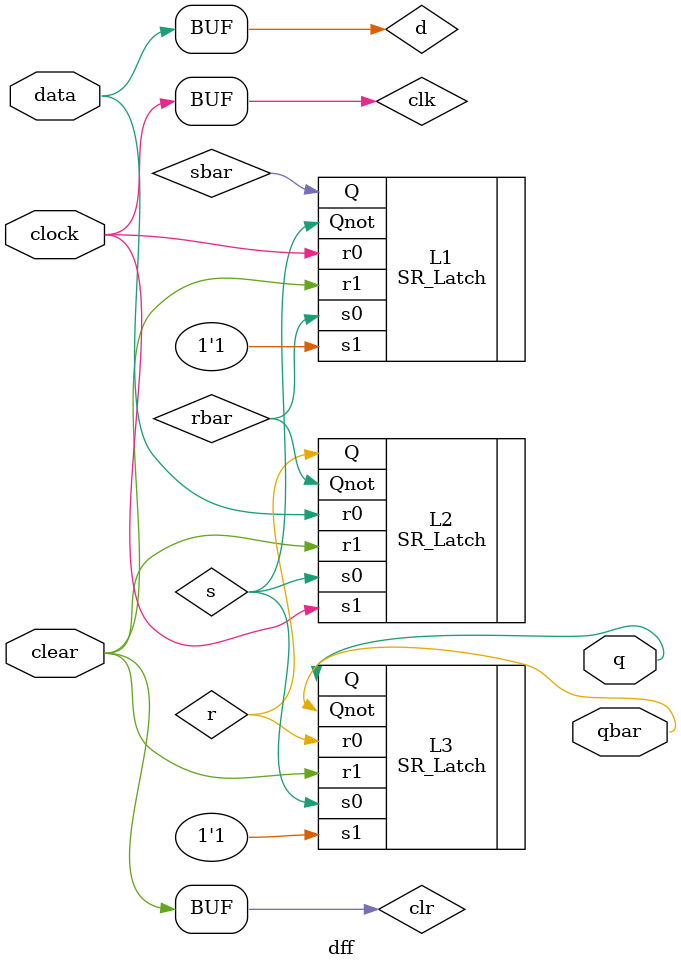
<source format=v>
/*
Name: Kenneth Galindo
Class: ECE 526 Lab
Lab Report: #4
File Name: dff
*/

`timescale 1 ns / 1 ns

`define PRIMARY_OUT   2     // ns (primary outputs)
`define FAN_OUT_1     0.5   // ns (one output fanout)
`define FAN_OUT_2     0.8   // ns (two output fanout)
`define FAN_OUT_3     1     // ns (three output fanout)
`define TIME_DELAY_1  3     // ns (one input gates)
`define TIME_DELAY_2  4     // ns (two input gates)
`define TIME_DELAY_3  5     // ns (three input gates)

module dff (clock, data, clear, q, qbar);
	input clock, data, clear;
	output q, qbar;

	wire s, sbar, r, rbar, cbar, clkbar, clk, clr, d, dbar;

	//First NOT gates
	not #(`TIME_DELAY_1 + `FAN_OUT_1)  NOT1(cbar,clear);
	not #(`TIME_DELAY_1 + `FAN_OUT_1) NOT2(clkbar, clock);
	not #(`TIME_DELAY_1 + `FAN_OUT_1) NOT3(dbar, data);

	//Second NOT gates
	not #(`TIME_DELAY_1 + `FAN_OUT_3) NOT4(clr, cbar);
	not #(`TIME_DELAY_1 + `FAN_OUT_2) NOT5(clk, clkbar);
	not #(`TIME_DELAY_1 + `FAN_OUT_1) NOT6(d, dbar);

	//SR Latch 1

	SR_Latch L1(.Q(sbar), .Qnot(s), .s0(rbar), .s1(1'b1), .r0(clk), .r1(clr));
	defparam L1.delay1 = `TIME_DELAY_3 + `FAN_OUT_1;
	defparam L1.delay2 = `TIME_DELAY_3 + `FAN_OUT_3;
	//SR Lact 2
	SR_Latch L2(.Q(r), .Qnot(rbar), .s0(s), .s1(clk), .r0(d), .r1(clr));
	defparam L2.delay1 = `TIME_DELAY_3 + `FAN_OUT_2;
	defparam L2.delay2 = `TIME_DELAY_3 + `FAN_OUT_2;
	//SR Latch 3
	SR_Latch L3(.Q(q), .Qnot(qbar), .s0(s), .s1(1'b1), .r0(r), .r1(clr));
	defparam L3.delay1 = `TIME_DELAY_3 + `FAN_OUT_1 + `PRIMARY_OUT;
	defparam L3.delay2 = `TIME_DELAY_3 + `FAN_OUT_1 + `PRIMARY_OUT;
endmodule


</source>
